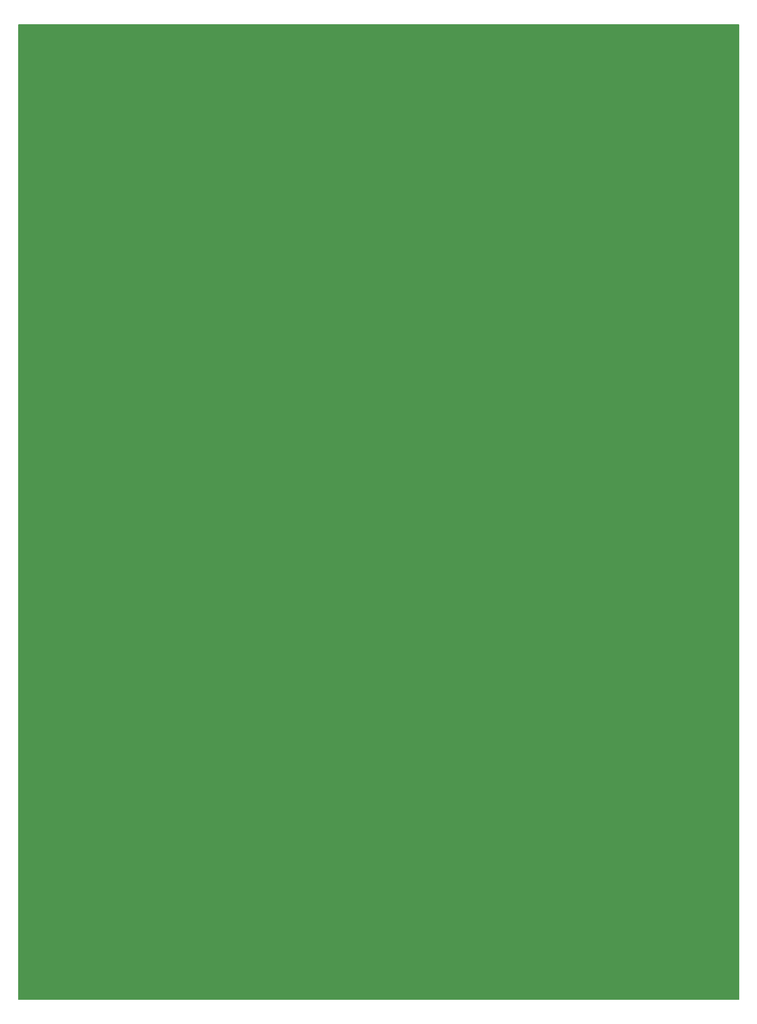
<source format=gts>
G04 #@! TF.GenerationSoftware,KiCad,Pcbnew,5.0.2-bee76a0~70~ubuntu18.04.1*
G04 #@! TF.CreationDate,2019-06-12T22:26:29+09:00*
G04 #@! TF.ProjectId,bottom,626f7474-6f6d-42e6-9b69-6361645f7063,rev?*
G04 #@! TF.SameCoordinates,Original*
G04 #@! TF.FileFunction,Soldermask,Top*
G04 #@! TF.FilePolarity,Negative*
%FSLAX46Y46*%
G04 Gerber Fmt 4.6, Leading zero omitted, Abs format (unit mm)*
G04 Created by KiCad (PCBNEW 5.0.2-bee76a0~70~ubuntu18.04.1) date 2019年06月12日 22時26分29秒*
%MOMM*%
%LPD*%
G01*
G04 APERTURE LIST*
%ADD10C,0.150000*%
%ADD11C,0.100000*%
G04 APERTURE END LIST*
D10*
G36*
X211455000Y-225425000D02*
X60325000Y-225425000D01*
X60325000Y-20955000D01*
X211455000Y-20955000D01*
X211455000Y-225425000D01*
G37*
X211455000Y-225425000D02*
X60325000Y-225425000D01*
X60325000Y-20955000D01*
X211455000Y-20955000D01*
X211455000Y-225425000D01*
D11*
G36*
X107012848Y-220154382D02*
X107012850Y-220154383D01*
X107012851Y-220154383D01*
X107093588Y-220187826D01*
X107231420Y-220244917D01*
X107330108Y-220310858D01*
X107428125Y-220376351D01*
X107595410Y-220543636D01*
X107660903Y-220641653D01*
X107726844Y-220740341D01*
X107817379Y-220958913D01*
X107863532Y-221190939D01*
X107863532Y-221427519D01*
X107817379Y-221659545D01*
X107726844Y-221878117D01*
X107660903Y-221976805D01*
X107595410Y-222074822D01*
X107428125Y-222242107D01*
X107330108Y-222307600D01*
X107231420Y-222373541D01*
X107093588Y-222430632D01*
X107012851Y-222464075D01*
X107012850Y-222464075D01*
X107012848Y-222464076D01*
X106780822Y-222510229D01*
X106544242Y-222510229D01*
X106312216Y-222464076D01*
X106312214Y-222464075D01*
X106312213Y-222464075D01*
X106231476Y-222430632D01*
X106093644Y-222373541D01*
X105994956Y-222307600D01*
X105896939Y-222242107D01*
X105729654Y-222074822D01*
X105664161Y-221976805D01*
X105598220Y-221878117D01*
X105507685Y-221659545D01*
X105461532Y-221427519D01*
X105461532Y-221190939D01*
X105507685Y-220958913D01*
X105598220Y-220740341D01*
X105664161Y-220641653D01*
X105729654Y-220543636D01*
X105896939Y-220376351D01*
X105994956Y-220310858D01*
X106093644Y-220244917D01*
X106231476Y-220187826D01*
X106312213Y-220154383D01*
X106312214Y-220154383D01*
X106312216Y-220154382D01*
X106544242Y-220108229D01*
X106780822Y-220108229D01*
X107012848Y-220154382D01*
X107012848Y-220154382D01*
G37*
G36*
X202262848Y-208089382D02*
X202262850Y-208089383D01*
X202262851Y-208089383D01*
X202343588Y-208122826D01*
X202481420Y-208179917D01*
X202580108Y-208245858D01*
X202678125Y-208311351D01*
X202845410Y-208478636D01*
X202910903Y-208576653D01*
X202976844Y-208675341D01*
X203067379Y-208893913D01*
X203113532Y-209125939D01*
X203113532Y-209362519D01*
X203067379Y-209594545D01*
X202976844Y-209813117D01*
X202910903Y-209911805D01*
X202845410Y-210009822D01*
X202678125Y-210177107D01*
X202580108Y-210242600D01*
X202481420Y-210308541D01*
X202343588Y-210365632D01*
X202262851Y-210399075D01*
X202262850Y-210399075D01*
X202262848Y-210399076D01*
X202030822Y-210445229D01*
X201794242Y-210445229D01*
X201562216Y-210399076D01*
X201562214Y-210399075D01*
X201562213Y-210399075D01*
X201481476Y-210365632D01*
X201343644Y-210308541D01*
X201244956Y-210242600D01*
X201146939Y-210177107D01*
X200979654Y-210009822D01*
X200914161Y-209911805D01*
X200848220Y-209813117D01*
X200757685Y-209594545D01*
X200711532Y-209362519D01*
X200711532Y-209125939D01*
X200757685Y-208893913D01*
X200848220Y-208675341D01*
X200914161Y-208576653D01*
X200979654Y-208478636D01*
X201146939Y-208311351D01*
X201244956Y-208245858D01*
X201343644Y-208179917D01*
X201481476Y-208122826D01*
X201562213Y-208089383D01*
X201562214Y-208089383D01*
X201562216Y-208089382D01*
X201794242Y-208043229D01*
X202030822Y-208043229D01*
X202262848Y-208089382D01*
X202262848Y-208089382D01*
G37*
G36*
X202262848Y-140779382D02*
X202262850Y-140779383D01*
X202262851Y-140779383D01*
X202343588Y-140812826D01*
X202481420Y-140869917D01*
X202580108Y-140935858D01*
X202678125Y-141001351D01*
X202845410Y-141168636D01*
X202910903Y-141266653D01*
X202976844Y-141365341D01*
X203067379Y-141583913D01*
X203113532Y-141815939D01*
X203113532Y-142052519D01*
X203067379Y-142284545D01*
X202976844Y-142503117D01*
X202910903Y-142601805D01*
X202845410Y-142699822D01*
X202678125Y-142867107D01*
X202580108Y-142932600D01*
X202481420Y-142998541D01*
X202343588Y-143055632D01*
X202262851Y-143089075D01*
X202262850Y-143089075D01*
X202262848Y-143089076D01*
X202030822Y-143135229D01*
X201794242Y-143135229D01*
X201562216Y-143089076D01*
X201562214Y-143089075D01*
X201562213Y-143089075D01*
X201481476Y-143055632D01*
X201343644Y-142998541D01*
X201244956Y-142932600D01*
X201146939Y-142867107D01*
X200979654Y-142699822D01*
X200914161Y-142601805D01*
X200848220Y-142503117D01*
X200757685Y-142284545D01*
X200711532Y-142052519D01*
X200711532Y-141815939D01*
X200757685Y-141583913D01*
X200848220Y-141365341D01*
X200914161Y-141266653D01*
X200979654Y-141168636D01*
X201146939Y-141001351D01*
X201244956Y-140935858D01*
X201343644Y-140869917D01*
X201481476Y-140812826D01*
X201562213Y-140779383D01*
X201562214Y-140779383D01*
X201562216Y-140779382D01*
X201794242Y-140733229D01*
X202030822Y-140733229D01*
X202262848Y-140779382D01*
X202262848Y-140779382D01*
G37*
G36*
X80977848Y-129349382D02*
X80977850Y-129349383D01*
X80977851Y-129349383D01*
X81058588Y-129382826D01*
X81196420Y-129439917D01*
X81295108Y-129505858D01*
X81393125Y-129571351D01*
X81560410Y-129738636D01*
X81625903Y-129836653D01*
X81691844Y-129935341D01*
X81782379Y-130153913D01*
X81828532Y-130385939D01*
X81828532Y-130622519D01*
X81782379Y-130854545D01*
X81691844Y-131073117D01*
X81625903Y-131171805D01*
X81560410Y-131269822D01*
X81393125Y-131437107D01*
X81295108Y-131502600D01*
X81196420Y-131568541D01*
X81058588Y-131625632D01*
X80977851Y-131659075D01*
X80977850Y-131659075D01*
X80977848Y-131659076D01*
X80745822Y-131705229D01*
X80509242Y-131705229D01*
X80277216Y-131659076D01*
X80277214Y-131659075D01*
X80277213Y-131659075D01*
X80196476Y-131625632D01*
X80058644Y-131568541D01*
X79959956Y-131502600D01*
X79861939Y-131437107D01*
X79694654Y-131269822D01*
X79629161Y-131171805D01*
X79563220Y-131073117D01*
X79472685Y-130854545D01*
X79426532Y-130622519D01*
X79426532Y-130385939D01*
X79472685Y-130153913D01*
X79563220Y-129935341D01*
X79629161Y-129836653D01*
X79694654Y-129738636D01*
X79861939Y-129571351D01*
X79959956Y-129505858D01*
X80058644Y-129439917D01*
X80196476Y-129382826D01*
X80277213Y-129349383D01*
X80277214Y-129349383D01*
X80277216Y-129349382D01*
X80509242Y-129303229D01*
X80745822Y-129303229D01*
X80977848Y-129349382D01*
X80977848Y-129349382D01*
G37*
G36*
X80995316Y-114415153D02*
X80995318Y-114415154D01*
X80995319Y-114415154D01*
X81076056Y-114448597D01*
X81213888Y-114505688D01*
X81312576Y-114571629D01*
X81410593Y-114637122D01*
X81577878Y-114804407D01*
X81643371Y-114902424D01*
X81709312Y-115001112D01*
X81799847Y-115219684D01*
X81846000Y-115451710D01*
X81846000Y-115688290D01*
X81799847Y-115920316D01*
X81709312Y-116138888D01*
X81643371Y-116237576D01*
X81577878Y-116335593D01*
X81410593Y-116502878D01*
X81312576Y-116568371D01*
X81213888Y-116634312D01*
X81076056Y-116691403D01*
X80995319Y-116724846D01*
X80995318Y-116724846D01*
X80995316Y-116724847D01*
X80763290Y-116771000D01*
X80526710Y-116771000D01*
X80294684Y-116724847D01*
X80294682Y-116724846D01*
X80294681Y-116724846D01*
X80213944Y-116691403D01*
X80076112Y-116634312D01*
X79977424Y-116568371D01*
X79879407Y-116502878D01*
X79712122Y-116335593D01*
X79646629Y-116237576D01*
X79580688Y-116138888D01*
X79490153Y-115920316D01*
X79444000Y-115688290D01*
X79444000Y-115451710D01*
X79490153Y-115219684D01*
X79580688Y-115001112D01*
X79646629Y-114902424D01*
X79712122Y-114804407D01*
X79879407Y-114637122D01*
X79977424Y-114571629D01*
X80076112Y-114505688D01*
X80213944Y-114448597D01*
X80294681Y-114415154D01*
X80294682Y-114415154D01*
X80294684Y-114415153D01*
X80526710Y-114369000D01*
X80763290Y-114369000D01*
X80995316Y-114415153D01*
X80995316Y-114415153D01*
G37*
G36*
X202280316Y-102985153D02*
X202280318Y-102985154D01*
X202280319Y-102985154D01*
X202361056Y-103018597D01*
X202498888Y-103075688D01*
X202597576Y-103141629D01*
X202695593Y-103207122D01*
X202862878Y-103374407D01*
X202928371Y-103472424D01*
X202994312Y-103571112D01*
X203084847Y-103789684D01*
X203131000Y-104021710D01*
X203131000Y-104258290D01*
X203084847Y-104490316D01*
X202994312Y-104708888D01*
X202928371Y-104807576D01*
X202862878Y-104905593D01*
X202695593Y-105072878D01*
X202597576Y-105138371D01*
X202498888Y-105204312D01*
X202361056Y-105261403D01*
X202280319Y-105294846D01*
X202280318Y-105294846D01*
X202280316Y-105294847D01*
X202048290Y-105341000D01*
X201811710Y-105341000D01*
X201579684Y-105294847D01*
X201579682Y-105294846D01*
X201579681Y-105294846D01*
X201498944Y-105261403D01*
X201361112Y-105204312D01*
X201262424Y-105138371D01*
X201164407Y-105072878D01*
X200997122Y-104905593D01*
X200931629Y-104807576D01*
X200865688Y-104708888D01*
X200775153Y-104490316D01*
X200729000Y-104258290D01*
X200729000Y-104021710D01*
X200775153Y-103789684D01*
X200865688Y-103571112D01*
X200931629Y-103472424D01*
X200997122Y-103374407D01*
X201164407Y-103207122D01*
X201262424Y-103141629D01*
X201361112Y-103075688D01*
X201498944Y-103018597D01*
X201579681Y-102985154D01*
X201579682Y-102985154D01*
X201579684Y-102985153D01*
X201811710Y-102939000D01*
X202048290Y-102939000D01*
X202280316Y-102985153D01*
X202280316Y-102985153D01*
G37*
G36*
X202280316Y-35675153D02*
X202280318Y-35675154D01*
X202280319Y-35675154D01*
X202361056Y-35708597D01*
X202498888Y-35765688D01*
X202597576Y-35831629D01*
X202695593Y-35897122D01*
X202862878Y-36064407D01*
X202928371Y-36162424D01*
X202994312Y-36261112D01*
X203084847Y-36479684D01*
X203131000Y-36711710D01*
X203131000Y-36948290D01*
X203084847Y-37180316D01*
X202994312Y-37398888D01*
X202928371Y-37497576D01*
X202862878Y-37595593D01*
X202695593Y-37762878D01*
X202597576Y-37828371D01*
X202498888Y-37894312D01*
X202361056Y-37951403D01*
X202280319Y-37984846D01*
X202280318Y-37984846D01*
X202280316Y-37984847D01*
X202048290Y-38031000D01*
X201811710Y-38031000D01*
X201579684Y-37984847D01*
X201579682Y-37984846D01*
X201579681Y-37984846D01*
X201498944Y-37951403D01*
X201361112Y-37894312D01*
X201262424Y-37828371D01*
X201164407Y-37762878D01*
X200997122Y-37595593D01*
X200931629Y-37497576D01*
X200865688Y-37398888D01*
X200775153Y-37180316D01*
X200729000Y-36948290D01*
X200729000Y-36711710D01*
X200775153Y-36479684D01*
X200865688Y-36261112D01*
X200931629Y-36162424D01*
X200997122Y-36064407D01*
X201164407Y-35897122D01*
X201262424Y-35831629D01*
X201361112Y-35765688D01*
X201498944Y-35708597D01*
X201579681Y-35675154D01*
X201579682Y-35675154D01*
X201579684Y-35675153D01*
X201811710Y-35629000D01*
X202048290Y-35629000D01*
X202280316Y-35675153D01*
X202280316Y-35675153D01*
G37*
G36*
X107030316Y-23610153D02*
X107030318Y-23610154D01*
X107030319Y-23610154D01*
X107111056Y-23643597D01*
X107248888Y-23700688D01*
X107347576Y-23766629D01*
X107445593Y-23832122D01*
X107612878Y-23999407D01*
X107678371Y-24097424D01*
X107744312Y-24196112D01*
X107834847Y-24414684D01*
X107881000Y-24646710D01*
X107881000Y-24883290D01*
X107834847Y-25115316D01*
X107744312Y-25333888D01*
X107678371Y-25432576D01*
X107612878Y-25530593D01*
X107445593Y-25697878D01*
X107347576Y-25763371D01*
X107248888Y-25829312D01*
X107111056Y-25886403D01*
X107030319Y-25919846D01*
X107030318Y-25919846D01*
X107030316Y-25919847D01*
X106798290Y-25966000D01*
X106561710Y-25966000D01*
X106329684Y-25919847D01*
X106329682Y-25919846D01*
X106329681Y-25919846D01*
X106248944Y-25886403D01*
X106111112Y-25829312D01*
X106012424Y-25763371D01*
X105914407Y-25697878D01*
X105747122Y-25530593D01*
X105681629Y-25432576D01*
X105615688Y-25333888D01*
X105525153Y-25115316D01*
X105479000Y-24883290D01*
X105479000Y-24646710D01*
X105525153Y-24414684D01*
X105615688Y-24196112D01*
X105681629Y-24097424D01*
X105747122Y-23999407D01*
X105914407Y-23832122D01*
X106012424Y-23766629D01*
X106111112Y-23700688D01*
X106248944Y-23643597D01*
X106329681Y-23610154D01*
X106329682Y-23610154D01*
X106329684Y-23610153D01*
X106561710Y-23564000D01*
X106798290Y-23564000D01*
X107030316Y-23610153D01*
X107030316Y-23610153D01*
G37*
M02*

</source>
